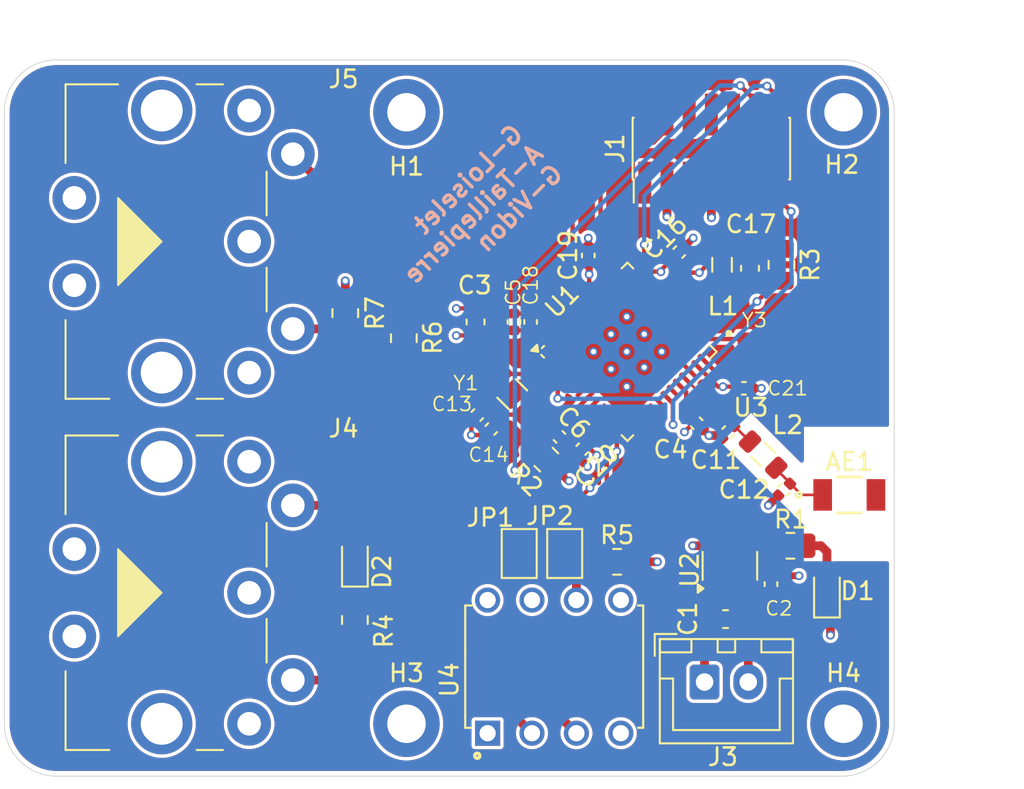
<source format=kicad_pcb>
(kicad_pcb (version 20241229) (generator "pcbnew") (generator_version "9.0")
  (layers (0 "F.Cu" signal) (4 "In1.Cu" signal) (6 "In2.Cu" signal) (2 "B.Cu" signal) (13 "F.Paste" user) (15 "B.Paste" user) (5 "F.SilkS" user "F.Silkscreen") (7 "B.SilkS" user "B.Silkscreen") (1 "F.Mask" user) (3 "B.Mask" user) (25 "Edge.Cuts" user))
  (net 0 "")
  (net 1 "Net-(AE1-Pad1)")
  (net 2 "BATT")
  (net 3 "GND")
  (net 4 "+3.3V")
  (net 5 "/stm32/NRST")
  (net 6 "/stm32/RF1")
  (net 7 "Net-(U1-PC14)")
  (net 8 "Net-(U1-PC15)")
  (net 9 "Net-(U1-VFBSMPS)")
  (net 10 "Net-(D1-A)")
  (net 12 "Net-(D2-A)")
  (net 13 "Net-(D2-K)")
  (net 14 "/stm32/JCLK{slash}SWCLK")
  (net 19 "/stm32/VCP_RX")
  (net 21 "/stm32/RX_MIDI")
  (net 22 "/stm32/TX_MIDI")
  (net 23 "Net-(U1-VLXSMPS)")
  (net 24 "Net-(U1-PH3)")
  (net 43 "/stm32/RF1filtred")
  (net 49 "Net-(U1-OSC_IN)")
  (net 50 "Net-(U1-OSC_OUT)")
  (net 52 "/stm32/JTMS{slash}SWDIO")
  (net 53 "/stm32/VCP_TX")
  (net 57 "Net-(J4-Pad4)")
  (net 58 "Net-(J5-Pad5)")
  (net 59 "Net-(J5-Pad4)")
  (net 66 "Net-(JP1-A)")
  (net 67 "Net-(JP2-A)")
  (footprint "Capacitor_SMD:C_0603_1608Metric" (layer "F.Cu") (at 143.65 108.93 90)
    (property "Reference" "C17")
    (property "Value" "4.7µF")
  )
  (footprint "MountingHole:MountingHole_2.2mm_M2_DIN965_Pad" (layer "F.Cu") (at 124 100)
    (property "Reference" "H1")
    (property "Value" "MountingHole_Pad")
  )
  (footprint "Capacitor_SMD:C_0402_1005Metric" (layer "F.Cu") (at 144.85 127.01 -90)
    (property "Reference" "C2")
    (property "Value" "C")
  )
  (footprint "Package_TO_SOT_SMD:SOT-23-5" (layer "F.Cu") (at 142.5 125.96 90)
    (property "Reference" "U2")
    (property "Value" "BU33SD5WG-TR")
  )
  (footprint "Capacitor_SMD:C_0402_1005Metric" (layer "F.Cu") (at 132.75 118.58 -45)
    (property "Reference" "C6")
    (property "Value" "100n")
  )
  (footprint "Capacitor_SMD:C_0402_1005Metric" (layer "F.Cu") (at 130.15 112 90)
    (property "Reference" "C5")
    (property "Value" "100n")
  )
  (footprint "Resistor_SMD:R_0805_2012Metric" (layer "F.Cu") (at 121.05 129.0625 90)
    (property "Reference" "R4")
    (property "Value" "220")
  )
  (footprint "footprints:XTAL_ABS07AIG32.768KHZ6DT" (layer "F.Cu") (at 130.05 116.13 135)
    (property "Reference" "Y1")
    (property "Value" "32k")
  )
  (footprint "Jumper:SolderJumper-2_P1.3mm_Open_TrianglePad1.0x1.5mm" (layer "F.Cu") (at 130.45 125.254999 90)
    (property "Reference" "JP1")
    (property "Value" "SolderJumper_2_Open")
  )
  (footprint "Capacitor_SMD:C_0402_1005Metric" (layer "F.Cu") (at 131.1 112 90)
    (property "Reference" "C18")
    (property "Value" "100n")
  )
  (footprint "Capacitor_SMD:C_0402_1005Metric" (layer "F.Cu") (at 140.6 117.8 -45)
    (property "Reference" "C4")
    (property "Value" "100n")
  )
  (footprint "footprints:ANT_AMCA31-2R450G-S1F-T3_ABR" (layer "F.Cu") (at 149.330199 121.9)
    (property "Reference" "AE1")
    (property "Value" "AMCA31-2R450G-S1F-T3")
  )
  (footprint "Capacitor_SMD:C_0402_1005Metric" (layer "F.Cu") (at 139.6 108 45)
    (property "Reference" "C16")
    (property "Value" "100n")
  )
  (footprint "Resistor_SMD:R_0805_2012Metric" (layer "F.Cu") (at 120.5 111.5 90)
    (property "Reference" "R7")
    (property "Value" "220")
  )
  (footprint "LED_SMD:LED_0603_1608Metric" (layer "F.Cu") (at 121.05 125.6625 90)
    (property "Reference" "D2")
    (property "Value" "D")
  )
  (footprint "Capacitor_SMD:C_0603_1608Metric" (layer "F.Cu") (at 142.25 129.01)
    (property "Reference" "C1")
    (property "Value" "C")
  )
  (footprint "Inductor_SMD:L_0805_2012Metric" (layer "F.Cu") (at 142.05 108.73 90)
    (property "Reference" "L1")
    (property "Value" "2.2µF")
  )
  (footprint "Capacitor_SMD:C_0402_1005Metric" (layer "F.Cu") (at 145.6 121.6 -135)
    (property "Reference" "C12")
    (property "Value" "1.2pF")
  )
  (footprint "Capacitor_SMD:C_0402_1005Metric" (layer "F.Cu") (at 142.4 118.3 -135)
    (property "Reference" "C11")
    (property "Value" "1.2pF")
  )
  (footprint "Resistor_SMD:R_0805_2012Metric" (layer "F.Cu") (at 136.05 125.73 180)
    (property "Reference" "R5")
    (property "Value" "270")
  )
  (footprint "Resistor_SMD:R_0805_2012Metric" (layer "F.Cu") (at 132 119.88 135)
    (property "Reference" "R2")
    (property "Value" "10K")
  )
  (footprint "footprints:DLF-4_1P6X0P8" (layer "F.Cu") (at 141.5 116.8 135)
    (property "Reference" "U3")
    (property "Value" "DLF162500LT-5028A1")
  )
  (footprint "Capacitor_SMD:C_0402_1005Metric" (layer "F.Cu") (at 143.3 115.8)
    (property "Reference" "C21")
    (property "Value" "100n")
  )
  (footprint "Capacitor_SMD:C_0402_1005Metric" (layer "F.Cu") (at 134.4 108.2 90)
    (property "Reference" "C19")
    (property "Value" "100n")
  )
  (footprint "Resistor_SMD:R_0805_2012Metric" (layer "F.Cu") (at 145.9625 124.81)
    (property "Reference" "R1")
    (property "Value" "680")
  )
  (footprint "Capacitor_SMD:C_0603_1608Metric" (layer "F.Cu") (at 127.95 112 90)
    (property "Reference" "C3")
    (property "Value" "4u7")
  )
  (footprint "Jumper:SolderJumper-2_P1.3mm_Open_TrianglePad1.0x1.5mm" (layer "F.Cu") (at 133.05 125.254999 90)
    (property "Reference" "JP2")
    (property "Value" "SolderJumper_2_Open")
  )
  (footprint "footprints:OSC_XRCGB32M000F2P01R0" (layer "F.Cu") (at 143.8 113.655)
    (property "Reference" "Y3")
    (property "Value" "32M")
  )
  (footprint "footprints:DIN5_MIDI" (layer "F.Cu") (at 115 107.4)
    (property "Reference" "J5")
    (property "Value" "DIN-5")
  )
  (footprint "MountingHole:MountingHole_2.2mm_M2_DIN965_Pad" (layer "F.Cu") (at 149 135)
    (property "Reference" "H4")
    (property "Value" "MountingHole_Pad")
  )
  (footprint "Capacitor_SMD:C_0402_1005Metric" (layer "F.Cu") (at 128.85 118.13 -135)
    (property "Reference" "C14")
    (property "Value" "8pF")
  )
  (footprint "Resistor_SMD:R_0805_2012Metric" (layer "F.Cu") (at 123.85 112.93 -90)
    (property "Reference" "R6")
    (property "Value" "220")
  )
  (footprint "LED_SMD:LED_0603_1608Metric" (layer "F.Cu") (at 148.05 127.43 90)
    (property "Reference" "D1")
    (property "Value" "LED Temoin alimentation")
  )
  (footprint "footprints:DIN5_MIDI" (layer "F.Cu") (at 115 127.5)
    (property "Reference" "J4")
    (property "Value" "DIN-5")
  )
  (footprint "MountingHole:MountingHole_2.2mm_M2_DIN965_Pad" (layer "F.Cu") (at 124 135)
    (property "Reference" "H3")
    (property "Value" "MountingHole_Pad")
  )
  (footprint "footprints:DIP762W50P254L1018H450Q8" (layer "F.Cu") (at 132.45 131.73 90)
    (property "Reference" "U4")
    (property "Value" "6N138")
  )
  (footprint "Connector_PinHeader_1.27mm:PinHeader_2x07_P1.27mm_Vertical_SMD" (layer "F.Cu") (at 141.44 102.08 90)
    (property "Reference" "J1")
    (property "Value" "Connecteur STLINK V3")
  )
  (footprint "Connector_JST:JST_XH_B2B-XH-A_1x02_P2.50mm_Vertical" (layer "F.Cu") (at 141.05 132.61)
    (property "Reference" "J3")
    (property "Value" "Batterie")
  )
  (footprint "Package_DFN_QFN:QFN-48-1EP_7x7mm_P0.5mm_EP5.6x5.6mm" (layer "F.Cu") (at 136.639949 113.709899 45)
    (property "Reference" "U1")
    (property "Value" "STM32WB55CEUx")
  )
  (footprint "Capacitor_SMD:C_0402_1005Metric" (layer "F.Cu") (at 134.05 119.28 -135)
    (property "Reference" "C20")
    (property "Value" "100n")
  )
  (footprint "MountingHole:MountingHole_2.2mm_M2_DIN965_Pad" (layer "F.Cu") (at 149 100)
    (property "Reference" "H2")
    (property "Value" "MountingHole_Pad")
  )
  (footprint "Capacitor_SMD:C_0402_1005Metric" (layer "F.Cu") (at 128.05 117.33 -135)
    (property "Reference" "C13")
    (property "Value" "8pF")
  )
  (footprint "Inductor_SMD:L_0805_2012Metric" (layer "F.Cu") (at 144.4 119.6 -45)
    (property "Reference" "L2")
    (property "Value" "3.6nH")
  )
  (footprint "Resistor_SMD:R_0805_2012Metric" (layer "F.Cu") (at 145.45 108.73 -90)
    (property "Reference" "R3")
    (property "Value" "10K")
  )
  (gr_line (start 101 135) (end 101 100) (stroke (width 0.05)) (layer "Edge.Cuts"))
  (gr_arc (start 151.9 135) (mid 151.02132 137.12132) (end 148.9 138) (stroke (width 0.05)) (layer "Edge.Cuts"))
  (gr_line (start 148.9 138) (end 104 138) (stroke (width 0.05)) (layer "Edge.Cuts"))
  (gr_line (start 151.9 100) (end 151.9 135) (stroke (width 0.05)) (layer "Edge.Cuts"))
  (gr_arc (start 104 138) (mid 101.87868 137.12132) (end 101 135) (stroke (width 0.05)) (layer "Edge.Cuts"))
  (gr_arc (start 148.9 97) (mid 151.02132 97.87868) (end 151.9 100) (stroke (width 0.05)) (layer "Edge.Cuts"))
  (gr_arc (start 101 100) (mid 101.87868 97.87868) (end 104 97) (stroke (width 0.05)) (layer "Edge.Cuts"))
  (gr_line (start 148.9 97) (end 104 97) (stroke (width 0.05)) (layer "Edge.Cuts"))
  (gr_text "G-Loiselet\nA-Taillepierre\nG-Vidon" (at 133.17 103.58 45) (layer "B.SilkS") (effects (font (size 1 1) (thickness 0.2) (bold yes)) (justify left bottom mirror)))
  (segment (start 145.151301 120.351301) (end 145.151301 120.430123) (width 0.15) (layer "F.Cu") (net 1))
  (segment (start 145.960589 121.260589) (end 146.6 121.9) (width 0.15) (layer "F.Cu") (net 1))
  (segment (start 145.151301 120.430123) (end 145.960589 121.239411) (width 0.15) (layer "F.Cu") (net 1))
  (segment (start 145.960589 121.239411) (end 145.960589 121.260589) (width 0.15) (layer "F.Cu") (net 1))
  (segment (start 146.6 121.9) (end 148.006199 121.9) (width 0.15) (layer "F.Cu") (net 1))
  (segment (start 141.550002 128.934998) (end 141.475 129.01) (width 0.5) (layer "F.Cu") (net 2))
  (segment (start 141.475 130.125) (end 141.05 130.55) (width 0.5) (layer "F.Cu") (net 2))
  (segment (start 143.45 127.085) (end 143.45 126.518399) (width 0.5) (layer "F.Cu") (net 2))
  (segment (start 143.45 126.518399) (end 142.903101 125.9715) (width 0.5) (layer "F.Cu") (net 2))
  (segment (start 141.550002 127.085) (end 141.550002 128.934998) (width 0.5) (layer "F.Cu") (net 2))
  (segment (start 141.550002 126.422501) (end 141.550002 127.085) (width 0.5) (layer "F.Cu") (net 2))
  (segment (start 141.05 130.55) (end 141.05 132.61) (width 0.5) (layer "F.Cu") (net 2))
  (segment (start 141.475 129.01) (end 141.475 130.125) (width 0.5) (layer "F.Cu") (net 2))
  (segment (start 142.903101 125.9715) (end 142.001003 125.9715) (width 0.5) (layer "F.Cu") (net 2))
  (segment (start 142.001003 125.9715) (end 141.550002 126.422501) (width 0.5) (layer "F.Cu") (net 2))
  (segment (start 141.33 132.63) (end 141.35 132.61) (width 0.5) (layer "F.Cu") (net 2))
  (segment (start 141.475 132.485) (end 141.35 132.61) (width 0.5) (layer "F.Cu") (net 2))
  (segment (start 143.65 108.155) (end 143.374 108.431) (width 0.25) (layer "F.Cu") (net 3))
  (segment (start 131.1 111.52) (end 128.245 111.52) (width 0.25) (layer "F.Cu") (net 3))
  (segment (start 128.245 111.52) (end 127.95 111.225) (width 0.25) (layer "F.Cu") (net 3))
  (segment (start 138.540298 110.748889) (end 136.639949 112.649238) (width 0.25) (layer "F.Cu") (net 3))
  (segment (start 141.44 104.03) (end 141.44 106.02) (width 0.5) (layer "F.Cu") (net 3))
  (segment (start 133.710589 119.640589) (end 134.35 120.28) (width 0.5) (layer "F.Cu") (net 3))
  (segment (start 136.639949 112.649238) (end 136.639949 113.709899) (width 0.25) (layer "F.Cu") (net 3))
  (segment (start 145.2125 107.8175) (end 144.875 108.155) (width 0.25) (layer "F.Cu") (net 3))
  (segment (start 139.114822 113.709899) (end 136.7 113.709899) (width 0.25) (layer "F.Cu") (net 3))
  (segment (start 148.25 129.93) (end 148.25 128.417501) (width 0.5) (layer "F.Cu") (net 3))
  (segment (start 128.510589 118.469411) (end 127.710589 118.469411) (width 0.25) (layer "F.Cu") (net 3))
  (segment (start 141.661645 116.638355) (end 141.338355 116.961645) (width 0.25) (layer "F.Cu") (net 3))
  (segment (start 143.33 129.01) (end 144.85 127.49) (width 0.5) (layer "F.Cu") (net 3))
  (segment (start 136.7 113.709899) (end 136.639949 113.709899) (width 0.25) (layer "F.Cu") (net 3))
  (segment (start 143.025 129.01) (end 142.500001 128.485001) (width 0.5) (layer "F.Cu") (net 3))
  (segment (start 126.85 111.23) (end 126.855 111.225) (width 0.25) (layer "F.Cu") (net 3))
  (segment (start 148.25 128.417501) (end 148.05 128.217501) (width 0.5) (layer "F.Cu") (net 3))
  (segment (start 141.3 118.5) (end 141.921178 118.5) (width 0.5) (layer "F.Cu") (net 3))
  (segment (start 126.855 111.225) (end 127.95 111.225) (width 0.25) (layer "F.Cu") (net 3))
  (segment (start 143.625 115.705) (end 143.72 115.8) (width 0.25) (layer "F.Cu") (net 3))
  (segment (start 145.45 107.8175) (end 145.2125 107.8175) (width 0.25) (layer "F.Cu") (net 3))
  (segment (start 145.260589 121.939411) (end 144.7 122.5) (width 0.5) (layer "F.Cu") (net 3))
  (segment (start 141.338355 116.961645) (end 141 117.3) (width 0.25) (layer "F.Cu") (net 3))
  (segment (start 143.55 130.75) (end 143.55 132.61) (width 0.5) (layer "F.Cu") (net 3))
  (segment (start 140.939411 118.139411) (end 141.3 118.5) (width 0.4) (layer "F.Cu") (net 3))
  (segment (start 127.710589 117.669411) (end 127.710589 118.469411) (width 0.25) (layer "F.Cu") (net 3))
  (segment (start 140.17 104.03) (end 141.44 104.03) (width 0.5) (layer "F.Cu") (net 3))
  (segment (start 133.710589 119.619411) (end 133.710589 119.640589) (width 0.5) (layer "F.Cu") (net 3))
  (segment (start 147.322499 127.49) (end 144.85 127.49) (width 0.5) (layer "F.Cu") (net 3))
  (segment (start 148.05 128.217501) (end 147.322499 127.49) (width 0.5) (layer "F.Cu") (net 3))
  (segment (start 141 117.3) (end 141 118.078822) (width 0.25) (layer "F.Cu") (net 3))
  (segment (start 142.500001 128.485001) (end 142.500001 127.085) (width 0.5) (layer "F.Cu") (net 3))
  (segment (start 143.025 130.225) (end 143.55 130.75) (width 0.5) (layer "F.Cu") (net 3))
  (segment (start 133.089411 118.998233) (end 133.710589 119.619411) (width 0.5) (layer "F.Cu") (net 3))
  (segment (start 140.75 109.18) (end 140.109187 109.18) (width 0.25) (layer "F.Cu") (net 3))
  (segment (start 133.089411 118.919411) (end 133.089411 118.998233) (width 0.5) (layer "F.Cu") (net 3))
  (segment (start 140.4 107.2) (end 139.939411 107.660589) (width 0.4) (layer "F.Cu") (net 3))
  (segment (start 143.78 115.8) (end 144.3 115.8) (width 0.4) (layer "F.Cu") (net 3))
  (segment (start 140.308065 114.903142) (end 139.114822 113.709899) (width 0.25) (layer "F.Cu") (net 3))
  (segment (start 140.109187 109.18) (end 138.540298 110.748889) (width 0.25) (layer "F.Cu") (net 3))
  (segment (start 143.87 132.63) (end 143.85 132.61) (width 0.5) (layer "F.Cu") (net 3))
  (segment (start 141.499 108.431) (end 140.75 109.18) (width 0.25) (layer "F.Cu") (net 3))
  (segment (start 141 118.078822) (end 140.939411 118.139411) (width 0.25) (layer "F.Cu") (net 3))
  (segment (start 141.921178 118.5) (end 142.060589 118.639411) (width 0.5) (layer "F.Cu") (net 3))
  (segment (start 141.44 106.02) (end 141.45 106.03) (width 0.5) (layer "F.Cu") (net 3))
  (segment (start 143.025 129.01) (end 143.025 130.225) (width 0.5) (layer "F.Cu") (net 3))
  (segment (start 144.875 108.155) (end 143.65 108.155) (width 0.25) (layer "F.Cu") (net 3))
  (segment (start 134.4 107.72) (end 134.4 107.2) (width 0.4) (layer "F.Cu") (net 3))
  (segment (start 143.374 108.431) (end 141.499 108.431) (width 0.25) (layer "F.Cu") (net 3))
  (segment (start 143.025 129.01) (end 143.33 129.01) (width 0.5) (layer "F.Cu") (net 3))
  (via (at 135.7 114.7) (size 0.5) (drill 0.3) (layers "F.Cu" "B.Cu") (net 3))
  (via (at 136.6 111.7) (size 0.5) (drill 0.3) (layers "F.Cu" "B.Cu") (net 3))
  (via (at 134.4 107.2) (size 0.5) (drill 0.3) (layers "F.Cu" "B.Cu") (net 3))
  (via (at 140.75 109.18) (size 0.5) (drill 0.3) (layers "F.Cu" "B.Cu") (net 3))
  (via (at 137.6 114.6) (size 0.5) (drill 0.3) (layers "F.Cu" "B.Cu") (net 3))
  (via (at 136.6 115.7) (size 0.5) (drill 0.3) (layers "F.Cu" "B.Cu") (net 3))
  (via (at 135.7 112.7) (size 0.5) (drill 0.3) (layers "F.Cu" "B.Cu") (net 3))
  (via (at 137.6 112.7) (size 0.5) (drill 0.3) (layers "F.Cu" "B.Cu") (net 3))
  (via (at 140.4 107.2) (size 0.5) (drill 0.3) (layers "F.Cu" "B.Cu") (net 3))
  (via (at 134.35 120.28) (size 0.5) (drill 0.3) (layers "F.Cu" "B.Cu") (net 3))
  (via (at 144.3 115.8) (size 0.5) (drill 0.3) (layers "F.Cu" "B.Cu") (net 3))
  (via (at 138.6 113.7) (size 0.5) (drill 0.3) (layers "F.Cu" "B.Cu") (net 3))
  (via (at 141.45 106.03) (size 0.5) (drill 0.3) (layers "F.Cu" "B.Cu") (net 3))
  (via (at 136.6 113.7) (size 0.5) (drill 0.3) (layers "F.Cu" "B.Cu") (net 3))
  (via (at 134.7 113.7) (size 0.5) (drill 0.3) (layers "F.Cu" "B.Cu") (net 3))
  (via (at 127.710589 118.469411) (size 0.5) (drill 0.3) (layers "F.Cu" "B.Cu") (net 3))
  (via (at 126.85 111.23) (size 0.5) (drill 0.3) (layers "F.Cu" "B.Cu") (net 3))
  (via (at 144.7 122.5) (size 0.5) (drill 0.3) (layers "F.Cu" "B.Cu") (net 3))
  (via (at 148.25 129.93) (size 0.5) (drill 0.3) (layers "F.Cu" "B.Cu") (net 3))
  (via (at 141.3 118.5) (size 0.5) (drill 0.3) (layers "F.Cu" "B.Cu") (net 3))
  (segment (start 132.264726 114.196035) (end 131.9 113.831309) (width 0.25) (layer "F.Cu") (net 4))
  (segment (start 134.879729 119.63) (end 134.389411 119.139682) (width 0.25) (layer "F.Cu") (net 4))
  (segment (start 134.45 108.73) (end 134.4 108.68) (width 0.4) (layer "F.Cu") (net 4))
  (segment (start 126.855 112.775) (end 127.95 112.775) (width 0.25) (layer "F.Cu") (net 4))
  (segment (start 138.55 109.05) (end 139.260589 108.339411) (width 0.25) (layer "F.Cu") (net 4))
  (segment (start 132.264726 113.223763) (end 131.520963 112.48) (width 0.25) (layer "F.Cu") (net 4))
  (segment (start 129.2 112.48) (end 128.245 112.48) (width 0.25) (layer "F.Cu") (net 4))
  (segment (start 136.9625 125.73) (end 138.35 125.73) (width 0.5) (layer "F.Cu") (net 4))
  (segment (start 142.2335 123.6965) (end 144.1665 123.6965) (width 0.5) (layer "F.Cu") (net 4))
  (segment (start 146.45 126.53) (end 144.85 126.53) (width 0.4) (layer "F.Cu") (net 4))
  (segment (start 134.7396 116.670909) (end 134.389411 117.021098) (width 0.25) (layer "F.Cu") (net 4))
  (segment (start 131.9 113.588489) (end 132.264726 113.223763) (width 0.25) (layer "F.Cu") (net 4))
  (segment (start 140 117.2) (end 140 116.009289) (width 0.25) (layer "F.Cu") (net 4))
  (segment (start 128.245 112.48) (end 127.95 112.775) (width 0.25) (layer "F.Cu") (net 4))
  (segment (start 138.55 109.13) (end 138.55 109.05) (width 0.25) (layer "F.Cu") (net 4))
  (segment (start 141.550002 124.81) (end 141.550002 124.379998) (width 0.5) (layer "F.Cu") (net 4))
  (segment (start 131.520963 112.48) (end 131.1 112.48) (width 0.25) (layer "F.Cu") (net 4))
  (segment (start 126.85 112.78) (end 126.855 112.775) (width 0.25) (layer "F.Cu") (net 4))
  (segment (start 140.37 124.81) (end 141.550002 124.81) (width 0.5) (layer "F.Cu") (net 4))
  (segment (start 140.260589 117.460589) (end 140 117.2) (width 0.25) (layer "F.Cu") (net 4))
  (segment (start 135.093153 110.395336) (end 134.45 109.752183) (width 0.25) (layer "F.Cu") (net 4))
  (segment (start 145.05 124.58) (end 145.05 124.81) (width 0.5) (layer "F.Cu") (net 4))
  (segment (start 140.260589 117.939411) (end 140.260589 117.460589) (width 0.25) (layer "F.Cu") (net 4))
  (segment (start 134.389411 117.021098) (end 134.389411 118.940589) (width 0.25) (layer "F.Cu") (net 4))
  (segment (start 133.3 121.1) (end 133.22 121.1) (width 0.4) (layer "F.Cu") (net 4))
  (segment (start 134.389411 119.139682) (end 134.389411 118.940589) (width 0.25) (layer "F.Cu") (net 4))
  (segment (start 120.5 110.5875) (end 120.5 109.65) (width 0.5) (layer "F.Cu") (net 4))
  (segment (start 142.725 115.705) (end 142.82 115.8) (width 0.25) (layer "F.Cu") (net 4))
  (segment (start 131.9 113.831309) (end 131.9 113.588489) (width 0.25) (layer "F.Cu") (net 4))
  (segment (start 129.2 112.48) (end 131.1 112.48) (width 0.25) (layer "F.Cu") (net 4))
  (segment (start 141.817031 115.705) (end 140.661619 114.549588) (width 0.25) (layer "F.Cu") (net 4))
  (segment (start 133.22 121.1) (end 132.645235 120.525235) (width 0.4) (layer "F.Cu") (net 4))
  (segment (start 141.550002 124.379998) (end 142.2335 123.6965) (width 0.5) (layer "F.Cu") (net 4))
  (segment (start 134.45 109.28) (end 134.45 108.73) (width 0.4) (layer "F.Cu") (net 4))
  (segment (start 144.1665 123.6965) (end 145.05 124.58) (width 0.5) (layer "F.Cu") (net 4))
  (segment (start 144.85 125.01) (end 145.05 124.81) (width 0.5) (layer "F.Cu") (net 4))
  (segment (start 142.1 115.705) (end 141.817031 115.705) (width 0.25) (layer "F.Cu") (net 4))
  (segment (start 134.45 109.752183) (end 134.45 109.28) (width 0.25) (layer "F.Cu") (net 4))
  (segment (start 139.9 118.3) (end 140.260589 117.939411) (width 0.25) (layer "F.Cu") (net 4))
  (segment (start 138.55 109.13) (end 138.537867 109.117867) (width 0.25) (layer "F.Cu") (net 4))
  (segment (start 140 116.009289) (end 139.600959 115.610248) (width 0.25) (layer "F.Cu") (net 4))
  (segment (start 144.85 126.53) (end 144.85 125.01) (width 0.5) (layer "F.Cu") (net 4))
  (segment (start 138.537867 109.117867) (end 138.05 109.117867) (width 0.25) (layer "F.Cu") (net 4))
  (segment (start 137.479638 109.688229) (end 137.833192 110.041783) (width 0.25) (layer "F.Cu") (net 4))
  (segment (start 138.05 109.117867) (end 137.479638 109.688229) (width 0.25) (layer "F.Cu") (net 4))
  (segment (start 138.9 104.03) (end 138.9 105.98) (width 0.5) (layer "F.Cu") (net 4))
  (segment (start 142.1 115.705) (end 142.725 115.705) (width 0.25) (layer "F.Cu") (net 4))
  (via (at 140.37 124.81) (size 0.5) (drill 0.3) (layers "F.Cu" "B.Cu") (net 4))
  (via (at 134.45 109.28) (size 0.5) (drill 0.3) (layers "F.Cu" "B.Cu") (net 4))
  (via (at 133.3 121.1) (size 0.5) (drill 0.3) (layers "F.Cu" "B.Cu") (net 4))
  (via (at 126.85 112.78) (size 0.5) (drill 0.3) (layers "F.Cu" "B.Cu") (net 4))
  (via (at 138.35 125.73) (size 0.5) (drill 0.3) (layers "F.Cu" "B.Cu") (net 4))
  (via (at 138.55 109.13) (size 0.5) (drill 0.3) (layers "F.Cu" "B.Cu") (net 4))
  (via (at 139.9 118.3) (size 0.5) (drill 0.3) (layers "F.Cu" "B.Cu") (net 4))
  (via (at 120.5 109.65) (size 0.5) (drill 0.3) (layers "F.Cu" "B.Cu") (net 4))
  (via (at 134.879729 119.63) (size 0.5) (drill 0.3) (layers "F.Cu" "B.Cu") (net 4))
  (via (at 142.1 115.705) (size 0.5) (drill 0.3) (layers "F.Cu" "B.Cu") (net 4))
  (via (at 138.9 105.98) (size 0.5) (drill 0.3) (layers "F.Cu" "B.Cu") (net 4))
  (via (at 146.45 126.53) (size 0.5) (drill 0.3) (layers "F.Cu" "B.Cu") (net 4))
  (segment (start 132.410589 118.240589) (end 131.416413 119.234765) (width 0.5) (layer "F.Cu") (net 5))
  (segment (start 131.416413 119.234765) (end 131.354765 119.234765) (width 0.5) (layer "F.Cu") (net 5))
  (segment (start 143.98 99.36) (end 143.98 100.13) (width 0.25) (layer "F.Cu") (net 5))
  (segment (start 134.386046 116.317355) (end 132.462812 118.240589) (width 0.25) (layer "F.Cu") (net 5))
  (segment (start 130.2 120.48) (end 130.2 120.38953) (width 0.25) (layer "F.Cu") (net 5))
  (segment (start 130.2 120.38953) (end 131.354765 119.234765) (width 0.25) (layer "F.Cu") (net 5))
  (segment (start 143.098198 98.478198) (end 143.98 99.36) (width 0.25) (layer "F.Cu") (net 5))
  (segment (start 143.098198 98.468628) (end 143.098198 98.478198) (width 0.25) (layer "F.Cu") (net 5))
  (segment (start 132.462812 118.240589) (end 132.410589 118.240589) (width 0.25) (layer "F.Cu") (net 5))
  (via (at 143.098198 98.468628) (size 0.5) (drill 0.3) (layers "F.Cu" "B.Cu") (net 5))
  (via (at 130.2 120.48) (size 0.5) (drill 0.3) (layers "F.Cu" "B.Cu") (net 5))
  (segment (start 143.098198 98.468628) (end 141.931372 98.468628) (width 0.25) (layer "B.Cu") (net 5))
  (segment (start 141.931372 98.468628) (end 130.2 110.2) (width 0.25) (layer "B.Cu") (net 5))
  (segment (start 130.2 110.2) (end 130.2 120.48) (width 0.25) (layer "B.Cu") (net 5))
  (segment (start 142.760589 117.939411) (end 142.760589 117.960589) (width 0.15) (layer "F.Cu") (net 6))
  (segment (start 142.760589 117.960589) (end 143.648699 118.848699) (width 0.15) (layer "F.Cu") (net 6))
  (segment (start 142.05223 117.231052) (end 142.760589 117.939411) (width 0.15) (layer "F.Cu") (net 6))
  (segment (start 141.931052 117.231052) (end 142.05223 117.231052) (width 0.15) (layer "F.Cu") (net 6))
  (segment (start 128.85 116.53) (end 128.389411 116.990589) (width 0.25) (layer "F.Cu") (net 7))
  (segment (start 132.187867 114.98) (end 129.396878 114.98) (width 0.25) (layer "F.Cu") (net 7))
  (segment (start 129.396878 114.98) (end 129.148439 115.228439) (width 0.25) (layer "F.Cu") (net 7))
  (segment (start 129.148439 115.228439) (end 128.85 115.526878) (width 0.25) (layer "F.Cu") (net 7))
  (segment (start 128.85 115.526878) (end 128.85 116.53) (width 0.25) (layer "F.Cu") (net 7))
  (segment (start 132.618279 114.549588) (end 132.187867 114.98) (width 0.25) (layer "F.Cu") (net 7))
  (segment (start 130.951561 117.031561) (end 130.678122 117.305) (width 0.25) (layer "F.Cu") (net 8))
  (segment (start 130.678122 117.305) (end 129.675 117.305) (width 0.25) (layer "F.Cu") (net 8))
  (segment (start 130.951561 116.923414) (end 130.951561 117.031561) (width 0.25) (layer "F.Cu") (net 8))
  (segment (start 132.971833 114.903142) (end 130.951561 116.923414) (width 0.25) (layer "F.Cu") (net 8))
  (segment (start 129.675 117.305) (end 129.189411 117.790589) (width 0.25) (layer "F.Cu") (net 8))
  (segment (start 143.65 109.705) (end 142.1375 109.705) (width 0.25) (layer "F.Cu") (net 9))
  (segment (start 142.05 109.7925) (end 140.203795 109.7925) (width 0.25) (layer "F.Cu") (net 9))
  (segment (start 140.203795 109.7925) (end 138.893852 111.102443) (width 0.25) (layer "F.Cu") (net 9))
  (segment (start 142.1375 109.705) (end 142.05 109.7925) (width 0.25) (layer "F.Cu") (net 9))
  (segment (start 147.71 124.81) (end 148.05 125.15) (width 0.5) (layer "F.Cu") (net 10))
  (segment (start 148.05 125.15) (end 148.05 126.642499) (width 0.5) (layer "F.Cu") (net 10))
  (segment (start 146.875 124.81) (end 147.71 124.81) (width 0.5) (layer "F.Cu") (net 10))
  (segment (start 123.054999 124.874999) (end 121.05 124.874999) (width 0.5) (layer "F.Cu") (net 12))
  (segment (start 121.05 124.874999) (end 121.05 123.3625) (width 0.5) (layer "F.Cu") (net 12))
  (segment (start 117.5 122.5) (end 120.1875 122.5) (width 0.5) (layer "F.Cu") (net 12))
  (segment (start 133.72 135.54) (end 123.054999 124.874999) (width 0.5) (layer "F.Cu") (net 12))
  (segment (start 120.1875 122.5) (end 121.05 123.3625) (width 0.5) (layer "F.Cu") (net 12))
  (segment (start 123.79 128.15) (end 131.18 135.54) (width 0.5) (layer "F.Cu") (net 13))
  (segment (start 121.05 128.15) (end 121.05 126.450001) (width 0.5) (layer "F.Cu") (net 13))
  (segment (start 121.05 128.15) (end 123.79 128.15) (width 0.5) (layer "F.Cu") (net 13))
  (segment (start 139.35 98.53) (end 140.17 99.35) (width 0.25) (layer "F.Cu") (net 14))
  (segment (start 133.5 109.509289) (end 133.5 102.23) (width 0.25) (layer "F.Cu") (net 14))
  (segment (start 133.5 102.23) (end 137.2 98.53) (width 0.25) (layer "F.Cu") (net 14))
  (segment (start 140.17 99.35) (end 140.17 100.13) (width 0.25) (layer "F.Cu") (net 14))
  (segment (start 137.2 98.53) (end 139.35 98.53) (width 0.25) (layer "F.Cu") (net 14))
  (segment (start 134.7396 110.748889) (end 133.5 109.509289) (width 0.25) (layer "F.Cu") (net 14))
  (segment (start 139.25 117.88) (end 139.25 117.801236) (width 0.25) (layer "F.Cu") (net 19))
  (segment (start 146 105.68) (end 145.25 104.93) (width 0.25) (layer "F.Cu") (net 19))
  (segment (start 139.25 117.801236) (end 139.239382 117.790618) (width 0.25) (layer "F.Cu") (net 19))
  (segment (start 139.239382 117.790618) (end 139.239382 116.662885) (width 0.25) (layer "F.Cu") (net 19))
  (segment (start 145.25 104.93) (end 145.25 104.03) (width 0.25) (layer "F.Cu") (net 19))
  (segment (start 139.239382 116.662885) (end 138.893852 116.317355) (width 0.25) (layer "F.Cu") (net 19))
  (via (at 139.25 117.88) (size 0.5) (drill 0.3) (layers "F.Cu" "B.Cu") (net 19))
  (via (at 146 105.68) (size 0.5) (drill 0.3) (layers "F.Cu" "B.Cu") (net 19))
  (segment (start 146 107.48) (end 146.026 107.506) (width 0.25) (layer "B.Cu") (net 19))
  (segment (start 146.026 107.506) (end 146.026 109.754) (width 0.25) (layer "B.Cu") (net 19))
  (segment (start 146.026 109.754) (end 139.25 116.53) (width 0.25) (layer "B.Cu") (net 19))
  (segment (start 146 105.68) (end 146 107.48) (width 0.25) (layer "B.Cu") (net 19))
  (segment (start 139.25 116.53) (end 139.25 117.88) (width 0.25) (layer "B.Cu") (net 19))
  (segment (start 135.455729 118.0761) (end 135.80026 117.731569) (width 0.25) (layer "F.Cu") (net 21))
  (segment (start 133.35 124.53) (end 135.455729 122.424271) (width 0.25) (layer "F.Cu") (net 21))
  (segment (start 133.05 124.53) (end 133.35 124.53) (width 0.25) (layer "F.Cu") (net 21))
  (segment (start 135.455729 122.424271) (end 135.455729 118.0761) (width 0.25) (layer "F.Cu") (net 21))
  (segment (start 130.67 124.53) (end 130.45 124.53) (width 0.25) (layer "F.Cu") (net 22))
  (segment (start 132 123.2) (end 130.67 124.53) (width 0.25) (layer "F.Cu") (net 22))
  (segment (start 134.5 121.5) (end 132.8 123.2) (width 0.25) (layer "F.Cu") (net 22))
  (segment (start 132.8 123.2) (end 132 123.2) (width 0.25) (layer "F.Cu") (net 22))
  (segment (start 136.030729 118.208206) (end 136.153813 118.085122) (width 0.25) (layer "F.Cu") (net 22))
  (segment (start 136.030729 119.4) (end 136.030729 118.208206) (width 0.25) (layer "F.Cu") (net 22))
  (via (at 136.030729 119.4) (size 0.5) (drill 0.3) (layers "F.Cu" "B.Cu") (net 22))
  (via (at 134.5 121.5) (size 0.5) (drill 0.3) (layers "F.Cu" "B.Cu") (net 22))
  (segment (start 136.030729 119.4) (end 136.030729 119.969271) (width 0.25) (layer "B.Cu") (net 22))
  (segment (start 136.030729 119.969271) (end 134.5 121.5) (width 0.25) (layer "B.Cu") (net 22))
  (segment (start 142.05 107.6675) (end 140.914581 107.6675) (width 0.25) (layer "F.Cu") (net 23))
  (segment (start 140.914581 107.6675) (end 138.186745 110.395336) (width 0.25) (layer "F.Cu") (net 23))
  (segment (start 133.325386 115.256695) (end 132.65 115.932081) (width 0.25) (layer "F.Cu") (net 24))
  (segment (start 145.2375 109.6425) (end 145.45 109.6425) (width 0.25) (layer "F.Cu") (net 24))
  (segment (start 144.05 110.83) (end 145.2375 109.6425) (width 0.25) (layer "F.Cu") (net 24))
  (segment (start 132.65 115.932081) (end 132.65 116.38) (width 0.25) (layer "F.Cu") (net 24))
  (via (at 132.65 116.38) (size 0.5) (drill 0.3) (layers "F.Cu" "B.Cu") (net 24))
  (via (at 144.05 110.83) (size 0.5) (drill 0.3) (layers "F.Cu" "B.Cu") (net 24))
  (segment (start 138.48 116.4) (end 132.67 116.4) (width 0.25) (layer "B.Cu") (net 24))
  (segment (start 144.05 110.83) (end 138.48 116.4) (width 0.25) (layer "B.Cu") (net 24))
  (segment (start 132.67 116.4) (end 132.65 116.38) (width 0.25) (layer "B.Cu") (net 24))
  (segment (start 139.954512 115.256695) (end 139.956695 115.256695) (width 0.15) (layer "F.Cu") (net 43))
  (segment (start 139.956695 115.256695) (end 141.068948 116.368948) (width 0.15) (layer "F.Cu") (net 43))
  (segment (start 143.3 112.98) (end 141.258935 112.98) (width 0.25) (layer "F.Cu") (net 49))
  (segment (start 141.258935 112.98) (end 141.015172 113.223763) (width 0.25) (layer "F.Cu") (net 49))
  (segment (start 141.949137 115.13) (end 141.015172 114.196035) (width 0.25) (layer "F.Cu") (net 50))
  (segment (start 144.3 114.33) (end 144.3 114.83) (width 0.25) (layer "F.Cu") (net 50))
  (segment (start 144 115.13) (end 141.949137 115.13) (width 0.25) (layer "F.Cu") (net 50))
  (segment (start 144.3 114.83) (end 144 115.13) (width 0.25) (layer "F.Cu") (net 50))
  (segment (start 138.13 101.73) (end 137.2 101.73) (width 0.25) (layer "F.Cu") (net 52))
  (segment (start 135.1 103.83) (end 135.1 109.695077) (width 0.25) (layer "F.Cu") (net 52))
  (segment (start 137.2 101.73) (end 135.1 103.83) (width 0.25) (layer "F.Cu") (net 52))
  (segment (start 138.9 100.13) (end 138.9 100.96) (width 0.25) (layer "F.Cu") (net 52))
  (segment (start 138.9 100.96) (end 138.13 101.73) (width 0.25) (layer "F.Cu") (net 52))
  (segment (start 135.1 109.695077) (end 135.446706 110.041783) (width 0.25) (layer "F.Cu") (net 52))
  (segment (start 145.25 99.126646) (end 144.623354 98.5) (width 0.25) (layer "F.Cu") (net 53))
  (segment (start 137.6 108.860761) (end 137.126085 109.334676) (width 0.25) (layer "F.Cu") (net 53))
  (segment (start 145.25 100.13) (end 145.25 99.126646) (width 0.25) (layer "F.Cu") (net 53))
  (segment (start 144.623354 98.5) (end 144.623354 98.603354) (width 0.25) (layer "F.Cu") (net 53))
  (segment (start 137.6 107.58) (end 137.6 108.860761) (width 0.25) (layer "F.Cu") (net 53))
  (via (at 144.623354 98.5) (size 0.5) (drill 0.3) (layers "F.Cu" "B.Cu") (net 53))
  (via (at 137.6 107.58) (size 0.5) (drill 0.3) (layers "F.Cu" "B.Cu") (net 53))
  (segment (start 144.623354 98.5) (end 143.88 98.5) (width 0.25) (layer "B.Cu") (net 53))
  (segment (start 137.6 104.78) (end 137.6 107.58) (width 0.25) (layer "B.Cu") (net 53))
  (segment (start 143.88 98.5) (end 137.6 104.78) (width 0.25) (layer "B.Cu") (net 53))
  (segment (start 117.5 132.5) (end 120 132.5) (width 0.5) (layer "F.Cu") (net 57))
  (segment (start 121.05 129.975001) (end 121.05 131.45) (width 0.5) (layer "F.Cu") (net 57))
  (segment (start 120 132.5) (end 121.05 131.45) (width 0.5) (layer "F.Cu") (net 57))
  (segment (start 117.5 102.4) (end 123.85 108.75) (width 0.5) (layer "F.Cu") (net 58))
  (segment (start 123.8125 111.98) (end 123.85 111.9425) (width 0.5) (layer "F.Cu") (net 58))
  (segment (start 123.85 108.75) (end 123.85 112.0175) (width 0.5) (layer "F.Cu") (net 58))
  (segment (start 117.5 112.4) (end 120.4875 112.4) (width 0.5) (layer "F.Cu") (net 59))
  (segment (start 120.4875 112.4) (end 120.5 112.4125) (width 0.5) (layer "F.Cu") (net 59))
  (segment (start 128.499998 125.979998) (end 130.45 125.979998) (width 0.5) (layer "F.Cu") (net 66))
  (segment (start 123.85 113.8425) (end 123.85 121.33) (width 0.5) (layer "F.Cu") (net 66))
  (segment (start 123.85 121.33) (end 128.499998 125.979998) (width 0.5) (layer "F.Cu") (net 66))
  (segment (start 135.1375 125.93) (end 133.099998 125.93) (width 0.5) (layer "F.Cu") (net 67))
  (segment (start 133.72 127.92) (end 133.72 126.649998) (width 0.5) (layer "F.Cu") (net 67))
  (segment (start 133.099998 125.93) (end 133.05 125.979998) (width 0.5) (layer "F.Cu") (net 67))
  (segment (start 133.72 126.649998) (end 133.05 125.979998) (width 0.5) (layer "F.Cu") (net 67))
  (zone (net 0) (net_name "") (layers "F.Cu" "B.Cu") (priority 2) (connect_pads (clearance 0)) (min_thickness 0.25) (fill yes (thermal_gap 0.5) (thermal_bridge_width 0.5) (island_removal_mode 1) (island_area_min 10))
    (polygon (pts (xy 100.75 96.75) (xy 153.75 96.75) (xy 153.75 138.5) (xy 100.75 138.5)))
  )
  (zone (net 0) (net_name "") (layers "F.Cu" "B.Cu" "In1.Cu" "In2.Cu") (connect_pads (clearance 0)) (min_thickness 0.25)
    (keepout (tracks allowed) (vias allowed) (pads allowed) (copperpour not_allowed) (footprints allowed))
    (fill (thermal_gap 0.5) (thermal_bridge_width 0.5))
    (polygon (pts (xy 143.7 117.2) (xy 142 118.9) (xy 147.175 124.075) (xy 148.875 122.375)))
  )
  (zone (net 0) (net_name "") (layers "F.Cu" "B.Cu" "In1.Cu" "In2.Cu") (connect_pads (clearance 0)) (min_thickness 0.25)
    (keepout (tracks allowed) (vias allowed) (pads allowed) (copperpour not_allowed) (footprints allowed))
    (fill (thermal_gap 0.5) (thermal_bridge_width 0.5))
    (polygon (pts (xy 146.730199 125.7) (xy 152.730199 125.7) (xy 152.730199 118) (xy 146.730199 118)))
  )
)
</source>
